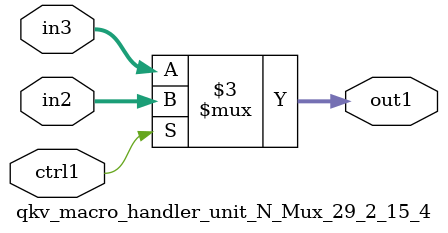
<source format=v>

`timescale 1ps / 1ps


module qkv_macro_handler_unit_N_Mux_29_2_15_4( in3, in2, ctrl1, out1 );

    input [28:0] in3;
    input [28:0] in2;
    input ctrl1;
    output [28:0] out1;
    reg [28:0] out1;

    
    // rtl_process:qkv_macro_handler_unit_N_Mux_29_2_15_4/qkv_macro_handler_unit_N_Mux_29_2_15_4_thread_1
    always @*
      begin : qkv_macro_handler_unit_N_Mux_29_2_15_4_thread_1
        case (ctrl1) 
          1'b1: 
            begin
              out1 = in2;
            end
          default: 
            begin
              out1 = in3;
            end
        endcase
      end

endmodule



</source>
